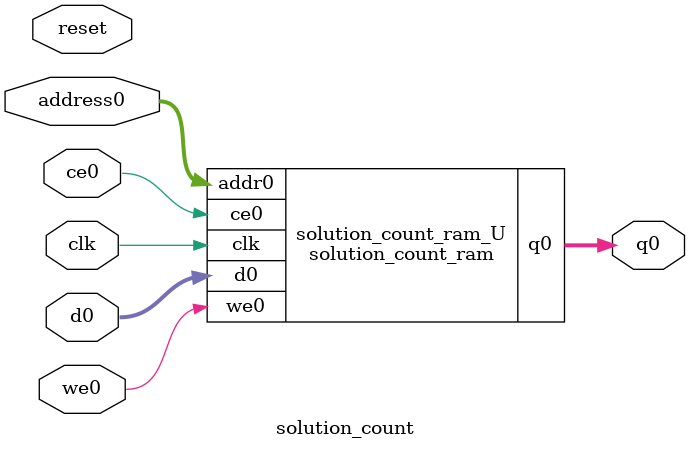
<source format=v>

`timescale 1 ns / 1 ps
module solution_count_ram (addr0, ce0, d0, we0, q0,  clk);

parameter DWIDTH = 32;
parameter AWIDTH = 3;
parameter MEM_SIZE = 6;

input[AWIDTH-1:0] addr0;
input ce0;
input[DWIDTH-1:0] d0;
input we0;
output reg[DWIDTH-1:0] q0;
input clk;

(* ram_style = "distributed" *)reg [DWIDTH-1:0] ram[0:MEM_SIZE-1];




always @(posedge clk)  
begin 
    if (ce0) 
    begin
        if (we0) 
        begin 
            ram[addr0] <= d0; 
            q0 <= d0;
        end 
        else 
            q0 <= ram[addr0];
    end
end


endmodule


`timescale 1 ns / 1 ps
module solution_count(
    reset,
    clk,
    address0,
    ce0,
    we0,
    d0,
    q0);

parameter DataWidth = 32'd32;
parameter AddressRange = 32'd6;
parameter AddressWidth = 32'd3;
input reset;
input clk;
input[AddressWidth - 1:0] address0;
input ce0;
input we0;
input[DataWidth - 1:0] d0;
output[DataWidth - 1:0] q0;



solution_count_ram solution_count_ram_U(
    .clk( clk ),
    .addr0( address0 ),
    .ce0( ce0 ),
    .we0( we0 ),
    .d0( d0 ),
    .q0( q0 ));

endmodule


</source>
